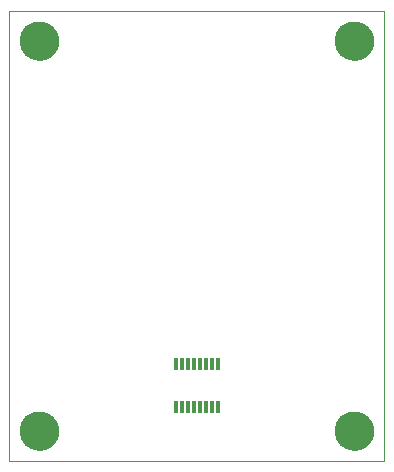
<source format=gbs>
G75*
%MOIN*%
%OFA0B0*%
%FSLAX25Y25*%
%IPPOS*%
%LPD*%
%AMOC8*
5,1,8,0,0,1.08239X$1,22.5*
%
%ADD10C,0.00000*%
%ADD11C,0.12998*%
%ADD12R,0.01581X0.04337*%
D10*
X0031033Y0023661D02*
X0031033Y0173661D01*
X0156033Y0173661D01*
X0156033Y0023661D01*
X0031033Y0023661D01*
X0034734Y0033661D02*
X0034736Y0033819D01*
X0034742Y0033977D01*
X0034752Y0034135D01*
X0034766Y0034293D01*
X0034784Y0034450D01*
X0034805Y0034607D01*
X0034831Y0034763D01*
X0034861Y0034919D01*
X0034894Y0035074D01*
X0034932Y0035227D01*
X0034973Y0035380D01*
X0035018Y0035532D01*
X0035067Y0035683D01*
X0035120Y0035832D01*
X0035176Y0035980D01*
X0035236Y0036126D01*
X0035300Y0036271D01*
X0035368Y0036414D01*
X0035439Y0036556D01*
X0035513Y0036696D01*
X0035591Y0036833D01*
X0035673Y0036969D01*
X0035757Y0037103D01*
X0035846Y0037234D01*
X0035937Y0037363D01*
X0036032Y0037490D01*
X0036129Y0037615D01*
X0036230Y0037737D01*
X0036334Y0037856D01*
X0036441Y0037973D01*
X0036551Y0038087D01*
X0036664Y0038198D01*
X0036779Y0038307D01*
X0036897Y0038412D01*
X0037018Y0038514D01*
X0037141Y0038614D01*
X0037267Y0038710D01*
X0037395Y0038803D01*
X0037525Y0038893D01*
X0037658Y0038979D01*
X0037793Y0039063D01*
X0037929Y0039142D01*
X0038068Y0039219D01*
X0038209Y0039291D01*
X0038351Y0039361D01*
X0038495Y0039426D01*
X0038641Y0039488D01*
X0038788Y0039546D01*
X0038937Y0039601D01*
X0039087Y0039652D01*
X0039238Y0039699D01*
X0039390Y0039742D01*
X0039543Y0039781D01*
X0039698Y0039817D01*
X0039853Y0039848D01*
X0040009Y0039876D01*
X0040165Y0039900D01*
X0040322Y0039920D01*
X0040480Y0039936D01*
X0040637Y0039948D01*
X0040796Y0039956D01*
X0040954Y0039960D01*
X0041112Y0039960D01*
X0041270Y0039956D01*
X0041429Y0039948D01*
X0041586Y0039936D01*
X0041744Y0039920D01*
X0041901Y0039900D01*
X0042057Y0039876D01*
X0042213Y0039848D01*
X0042368Y0039817D01*
X0042523Y0039781D01*
X0042676Y0039742D01*
X0042828Y0039699D01*
X0042979Y0039652D01*
X0043129Y0039601D01*
X0043278Y0039546D01*
X0043425Y0039488D01*
X0043571Y0039426D01*
X0043715Y0039361D01*
X0043857Y0039291D01*
X0043998Y0039219D01*
X0044137Y0039142D01*
X0044273Y0039063D01*
X0044408Y0038979D01*
X0044541Y0038893D01*
X0044671Y0038803D01*
X0044799Y0038710D01*
X0044925Y0038614D01*
X0045048Y0038514D01*
X0045169Y0038412D01*
X0045287Y0038307D01*
X0045402Y0038198D01*
X0045515Y0038087D01*
X0045625Y0037973D01*
X0045732Y0037856D01*
X0045836Y0037737D01*
X0045937Y0037615D01*
X0046034Y0037490D01*
X0046129Y0037363D01*
X0046220Y0037234D01*
X0046309Y0037103D01*
X0046393Y0036969D01*
X0046475Y0036833D01*
X0046553Y0036696D01*
X0046627Y0036556D01*
X0046698Y0036414D01*
X0046766Y0036271D01*
X0046830Y0036126D01*
X0046890Y0035980D01*
X0046946Y0035832D01*
X0046999Y0035683D01*
X0047048Y0035532D01*
X0047093Y0035380D01*
X0047134Y0035227D01*
X0047172Y0035074D01*
X0047205Y0034919D01*
X0047235Y0034763D01*
X0047261Y0034607D01*
X0047282Y0034450D01*
X0047300Y0034293D01*
X0047314Y0034135D01*
X0047324Y0033977D01*
X0047330Y0033819D01*
X0047332Y0033661D01*
X0047330Y0033503D01*
X0047324Y0033345D01*
X0047314Y0033187D01*
X0047300Y0033029D01*
X0047282Y0032872D01*
X0047261Y0032715D01*
X0047235Y0032559D01*
X0047205Y0032403D01*
X0047172Y0032248D01*
X0047134Y0032095D01*
X0047093Y0031942D01*
X0047048Y0031790D01*
X0046999Y0031639D01*
X0046946Y0031490D01*
X0046890Y0031342D01*
X0046830Y0031196D01*
X0046766Y0031051D01*
X0046698Y0030908D01*
X0046627Y0030766D01*
X0046553Y0030626D01*
X0046475Y0030489D01*
X0046393Y0030353D01*
X0046309Y0030219D01*
X0046220Y0030088D01*
X0046129Y0029959D01*
X0046034Y0029832D01*
X0045937Y0029707D01*
X0045836Y0029585D01*
X0045732Y0029466D01*
X0045625Y0029349D01*
X0045515Y0029235D01*
X0045402Y0029124D01*
X0045287Y0029015D01*
X0045169Y0028910D01*
X0045048Y0028808D01*
X0044925Y0028708D01*
X0044799Y0028612D01*
X0044671Y0028519D01*
X0044541Y0028429D01*
X0044408Y0028343D01*
X0044273Y0028259D01*
X0044137Y0028180D01*
X0043998Y0028103D01*
X0043857Y0028031D01*
X0043715Y0027961D01*
X0043571Y0027896D01*
X0043425Y0027834D01*
X0043278Y0027776D01*
X0043129Y0027721D01*
X0042979Y0027670D01*
X0042828Y0027623D01*
X0042676Y0027580D01*
X0042523Y0027541D01*
X0042368Y0027505D01*
X0042213Y0027474D01*
X0042057Y0027446D01*
X0041901Y0027422D01*
X0041744Y0027402D01*
X0041586Y0027386D01*
X0041429Y0027374D01*
X0041270Y0027366D01*
X0041112Y0027362D01*
X0040954Y0027362D01*
X0040796Y0027366D01*
X0040637Y0027374D01*
X0040480Y0027386D01*
X0040322Y0027402D01*
X0040165Y0027422D01*
X0040009Y0027446D01*
X0039853Y0027474D01*
X0039698Y0027505D01*
X0039543Y0027541D01*
X0039390Y0027580D01*
X0039238Y0027623D01*
X0039087Y0027670D01*
X0038937Y0027721D01*
X0038788Y0027776D01*
X0038641Y0027834D01*
X0038495Y0027896D01*
X0038351Y0027961D01*
X0038209Y0028031D01*
X0038068Y0028103D01*
X0037929Y0028180D01*
X0037793Y0028259D01*
X0037658Y0028343D01*
X0037525Y0028429D01*
X0037395Y0028519D01*
X0037267Y0028612D01*
X0037141Y0028708D01*
X0037018Y0028808D01*
X0036897Y0028910D01*
X0036779Y0029015D01*
X0036664Y0029124D01*
X0036551Y0029235D01*
X0036441Y0029349D01*
X0036334Y0029466D01*
X0036230Y0029585D01*
X0036129Y0029707D01*
X0036032Y0029832D01*
X0035937Y0029959D01*
X0035846Y0030088D01*
X0035757Y0030219D01*
X0035673Y0030353D01*
X0035591Y0030489D01*
X0035513Y0030626D01*
X0035439Y0030766D01*
X0035368Y0030908D01*
X0035300Y0031051D01*
X0035236Y0031196D01*
X0035176Y0031342D01*
X0035120Y0031490D01*
X0035067Y0031639D01*
X0035018Y0031790D01*
X0034973Y0031942D01*
X0034932Y0032095D01*
X0034894Y0032248D01*
X0034861Y0032403D01*
X0034831Y0032559D01*
X0034805Y0032715D01*
X0034784Y0032872D01*
X0034766Y0033029D01*
X0034752Y0033187D01*
X0034742Y0033345D01*
X0034736Y0033503D01*
X0034734Y0033661D01*
X0139734Y0033661D02*
X0139736Y0033819D01*
X0139742Y0033977D01*
X0139752Y0034135D01*
X0139766Y0034293D01*
X0139784Y0034450D01*
X0139805Y0034607D01*
X0139831Y0034763D01*
X0139861Y0034919D01*
X0139894Y0035074D01*
X0139932Y0035227D01*
X0139973Y0035380D01*
X0140018Y0035532D01*
X0140067Y0035683D01*
X0140120Y0035832D01*
X0140176Y0035980D01*
X0140236Y0036126D01*
X0140300Y0036271D01*
X0140368Y0036414D01*
X0140439Y0036556D01*
X0140513Y0036696D01*
X0140591Y0036833D01*
X0140673Y0036969D01*
X0140757Y0037103D01*
X0140846Y0037234D01*
X0140937Y0037363D01*
X0141032Y0037490D01*
X0141129Y0037615D01*
X0141230Y0037737D01*
X0141334Y0037856D01*
X0141441Y0037973D01*
X0141551Y0038087D01*
X0141664Y0038198D01*
X0141779Y0038307D01*
X0141897Y0038412D01*
X0142018Y0038514D01*
X0142141Y0038614D01*
X0142267Y0038710D01*
X0142395Y0038803D01*
X0142525Y0038893D01*
X0142658Y0038979D01*
X0142793Y0039063D01*
X0142929Y0039142D01*
X0143068Y0039219D01*
X0143209Y0039291D01*
X0143351Y0039361D01*
X0143495Y0039426D01*
X0143641Y0039488D01*
X0143788Y0039546D01*
X0143937Y0039601D01*
X0144087Y0039652D01*
X0144238Y0039699D01*
X0144390Y0039742D01*
X0144543Y0039781D01*
X0144698Y0039817D01*
X0144853Y0039848D01*
X0145009Y0039876D01*
X0145165Y0039900D01*
X0145322Y0039920D01*
X0145480Y0039936D01*
X0145637Y0039948D01*
X0145796Y0039956D01*
X0145954Y0039960D01*
X0146112Y0039960D01*
X0146270Y0039956D01*
X0146429Y0039948D01*
X0146586Y0039936D01*
X0146744Y0039920D01*
X0146901Y0039900D01*
X0147057Y0039876D01*
X0147213Y0039848D01*
X0147368Y0039817D01*
X0147523Y0039781D01*
X0147676Y0039742D01*
X0147828Y0039699D01*
X0147979Y0039652D01*
X0148129Y0039601D01*
X0148278Y0039546D01*
X0148425Y0039488D01*
X0148571Y0039426D01*
X0148715Y0039361D01*
X0148857Y0039291D01*
X0148998Y0039219D01*
X0149137Y0039142D01*
X0149273Y0039063D01*
X0149408Y0038979D01*
X0149541Y0038893D01*
X0149671Y0038803D01*
X0149799Y0038710D01*
X0149925Y0038614D01*
X0150048Y0038514D01*
X0150169Y0038412D01*
X0150287Y0038307D01*
X0150402Y0038198D01*
X0150515Y0038087D01*
X0150625Y0037973D01*
X0150732Y0037856D01*
X0150836Y0037737D01*
X0150937Y0037615D01*
X0151034Y0037490D01*
X0151129Y0037363D01*
X0151220Y0037234D01*
X0151309Y0037103D01*
X0151393Y0036969D01*
X0151475Y0036833D01*
X0151553Y0036696D01*
X0151627Y0036556D01*
X0151698Y0036414D01*
X0151766Y0036271D01*
X0151830Y0036126D01*
X0151890Y0035980D01*
X0151946Y0035832D01*
X0151999Y0035683D01*
X0152048Y0035532D01*
X0152093Y0035380D01*
X0152134Y0035227D01*
X0152172Y0035074D01*
X0152205Y0034919D01*
X0152235Y0034763D01*
X0152261Y0034607D01*
X0152282Y0034450D01*
X0152300Y0034293D01*
X0152314Y0034135D01*
X0152324Y0033977D01*
X0152330Y0033819D01*
X0152332Y0033661D01*
X0152330Y0033503D01*
X0152324Y0033345D01*
X0152314Y0033187D01*
X0152300Y0033029D01*
X0152282Y0032872D01*
X0152261Y0032715D01*
X0152235Y0032559D01*
X0152205Y0032403D01*
X0152172Y0032248D01*
X0152134Y0032095D01*
X0152093Y0031942D01*
X0152048Y0031790D01*
X0151999Y0031639D01*
X0151946Y0031490D01*
X0151890Y0031342D01*
X0151830Y0031196D01*
X0151766Y0031051D01*
X0151698Y0030908D01*
X0151627Y0030766D01*
X0151553Y0030626D01*
X0151475Y0030489D01*
X0151393Y0030353D01*
X0151309Y0030219D01*
X0151220Y0030088D01*
X0151129Y0029959D01*
X0151034Y0029832D01*
X0150937Y0029707D01*
X0150836Y0029585D01*
X0150732Y0029466D01*
X0150625Y0029349D01*
X0150515Y0029235D01*
X0150402Y0029124D01*
X0150287Y0029015D01*
X0150169Y0028910D01*
X0150048Y0028808D01*
X0149925Y0028708D01*
X0149799Y0028612D01*
X0149671Y0028519D01*
X0149541Y0028429D01*
X0149408Y0028343D01*
X0149273Y0028259D01*
X0149137Y0028180D01*
X0148998Y0028103D01*
X0148857Y0028031D01*
X0148715Y0027961D01*
X0148571Y0027896D01*
X0148425Y0027834D01*
X0148278Y0027776D01*
X0148129Y0027721D01*
X0147979Y0027670D01*
X0147828Y0027623D01*
X0147676Y0027580D01*
X0147523Y0027541D01*
X0147368Y0027505D01*
X0147213Y0027474D01*
X0147057Y0027446D01*
X0146901Y0027422D01*
X0146744Y0027402D01*
X0146586Y0027386D01*
X0146429Y0027374D01*
X0146270Y0027366D01*
X0146112Y0027362D01*
X0145954Y0027362D01*
X0145796Y0027366D01*
X0145637Y0027374D01*
X0145480Y0027386D01*
X0145322Y0027402D01*
X0145165Y0027422D01*
X0145009Y0027446D01*
X0144853Y0027474D01*
X0144698Y0027505D01*
X0144543Y0027541D01*
X0144390Y0027580D01*
X0144238Y0027623D01*
X0144087Y0027670D01*
X0143937Y0027721D01*
X0143788Y0027776D01*
X0143641Y0027834D01*
X0143495Y0027896D01*
X0143351Y0027961D01*
X0143209Y0028031D01*
X0143068Y0028103D01*
X0142929Y0028180D01*
X0142793Y0028259D01*
X0142658Y0028343D01*
X0142525Y0028429D01*
X0142395Y0028519D01*
X0142267Y0028612D01*
X0142141Y0028708D01*
X0142018Y0028808D01*
X0141897Y0028910D01*
X0141779Y0029015D01*
X0141664Y0029124D01*
X0141551Y0029235D01*
X0141441Y0029349D01*
X0141334Y0029466D01*
X0141230Y0029585D01*
X0141129Y0029707D01*
X0141032Y0029832D01*
X0140937Y0029959D01*
X0140846Y0030088D01*
X0140757Y0030219D01*
X0140673Y0030353D01*
X0140591Y0030489D01*
X0140513Y0030626D01*
X0140439Y0030766D01*
X0140368Y0030908D01*
X0140300Y0031051D01*
X0140236Y0031196D01*
X0140176Y0031342D01*
X0140120Y0031490D01*
X0140067Y0031639D01*
X0140018Y0031790D01*
X0139973Y0031942D01*
X0139932Y0032095D01*
X0139894Y0032248D01*
X0139861Y0032403D01*
X0139831Y0032559D01*
X0139805Y0032715D01*
X0139784Y0032872D01*
X0139766Y0033029D01*
X0139752Y0033187D01*
X0139742Y0033345D01*
X0139736Y0033503D01*
X0139734Y0033661D01*
X0139734Y0163661D02*
X0139736Y0163819D01*
X0139742Y0163977D01*
X0139752Y0164135D01*
X0139766Y0164293D01*
X0139784Y0164450D01*
X0139805Y0164607D01*
X0139831Y0164763D01*
X0139861Y0164919D01*
X0139894Y0165074D01*
X0139932Y0165227D01*
X0139973Y0165380D01*
X0140018Y0165532D01*
X0140067Y0165683D01*
X0140120Y0165832D01*
X0140176Y0165980D01*
X0140236Y0166126D01*
X0140300Y0166271D01*
X0140368Y0166414D01*
X0140439Y0166556D01*
X0140513Y0166696D01*
X0140591Y0166833D01*
X0140673Y0166969D01*
X0140757Y0167103D01*
X0140846Y0167234D01*
X0140937Y0167363D01*
X0141032Y0167490D01*
X0141129Y0167615D01*
X0141230Y0167737D01*
X0141334Y0167856D01*
X0141441Y0167973D01*
X0141551Y0168087D01*
X0141664Y0168198D01*
X0141779Y0168307D01*
X0141897Y0168412D01*
X0142018Y0168514D01*
X0142141Y0168614D01*
X0142267Y0168710D01*
X0142395Y0168803D01*
X0142525Y0168893D01*
X0142658Y0168979D01*
X0142793Y0169063D01*
X0142929Y0169142D01*
X0143068Y0169219D01*
X0143209Y0169291D01*
X0143351Y0169361D01*
X0143495Y0169426D01*
X0143641Y0169488D01*
X0143788Y0169546D01*
X0143937Y0169601D01*
X0144087Y0169652D01*
X0144238Y0169699D01*
X0144390Y0169742D01*
X0144543Y0169781D01*
X0144698Y0169817D01*
X0144853Y0169848D01*
X0145009Y0169876D01*
X0145165Y0169900D01*
X0145322Y0169920D01*
X0145480Y0169936D01*
X0145637Y0169948D01*
X0145796Y0169956D01*
X0145954Y0169960D01*
X0146112Y0169960D01*
X0146270Y0169956D01*
X0146429Y0169948D01*
X0146586Y0169936D01*
X0146744Y0169920D01*
X0146901Y0169900D01*
X0147057Y0169876D01*
X0147213Y0169848D01*
X0147368Y0169817D01*
X0147523Y0169781D01*
X0147676Y0169742D01*
X0147828Y0169699D01*
X0147979Y0169652D01*
X0148129Y0169601D01*
X0148278Y0169546D01*
X0148425Y0169488D01*
X0148571Y0169426D01*
X0148715Y0169361D01*
X0148857Y0169291D01*
X0148998Y0169219D01*
X0149137Y0169142D01*
X0149273Y0169063D01*
X0149408Y0168979D01*
X0149541Y0168893D01*
X0149671Y0168803D01*
X0149799Y0168710D01*
X0149925Y0168614D01*
X0150048Y0168514D01*
X0150169Y0168412D01*
X0150287Y0168307D01*
X0150402Y0168198D01*
X0150515Y0168087D01*
X0150625Y0167973D01*
X0150732Y0167856D01*
X0150836Y0167737D01*
X0150937Y0167615D01*
X0151034Y0167490D01*
X0151129Y0167363D01*
X0151220Y0167234D01*
X0151309Y0167103D01*
X0151393Y0166969D01*
X0151475Y0166833D01*
X0151553Y0166696D01*
X0151627Y0166556D01*
X0151698Y0166414D01*
X0151766Y0166271D01*
X0151830Y0166126D01*
X0151890Y0165980D01*
X0151946Y0165832D01*
X0151999Y0165683D01*
X0152048Y0165532D01*
X0152093Y0165380D01*
X0152134Y0165227D01*
X0152172Y0165074D01*
X0152205Y0164919D01*
X0152235Y0164763D01*
X0152261Y0164607D01*
X0152282Y0164450D01*
X0152300Y0164293D01*
X0152314Y0164135D01*
X0152324Y0163977D01*
X0152330Y0163819D01*
X0152332Y0163661D01*
X0152330Y0163503D01*
X0152324Y0163345D01*
X0152314Y0163187D01*
X0152300Y0163029D01*
X0152282Y0162872D01*
X0152261Y0162715D01*
X0152235Y0162559D01*
X0152205Y0162403D01*
X0152172Y0162248D01*
X0152134Y0162095D01*
X0152093Y0161942D01*
X0152048Y0161790D01*
X0151999Y0161639D01*
X0151946Y0161490D01*
X0151890Y0161342D01*
X0151830Y0161196D01*
X0151766Y0161051D01*
X0151698Y0160908D01*
X0151627Y0160766D01*
X0151553Y0160626D01*
X0151475Y0160489D01*
X0151393Y0160353D01*
X0151309Y0160219D01*
X0151220Y0160088D01*
X0151129Y0159959D01*
X0151034Y0159832D01*
X0150937Y0159707D01*
X0150836Y0159585D01*
X0150732Y0159466D01*
X0150625Y0159349D01*
X0150515Y0159235D01*
X0150402Y0159124D01*
X0150287Y0159015D01*
X0150169Y0158910D01*
X0150048Y0158808D01*
X0149925Y0158708D01*
X0149799Y0158612D01*
X0149671Y0158519D01*
X0149541Y0158429D01*
X0149408Y0158343D01*
X0149273Y0158259D01*
X0149137Y0158180D01*
X0148998Y0158103D01*
X0148857Y0158031D01*
X0148715Y0157961D01*
X0148571Y0157896D01*
X0148425Y0157834D01*
X0148278Y0157776D01*
X0148129Y0157721D01*
X0147979Y0157670D01*
X0147828Y0157623D01*
X0147676Y0157580D01*
X0147523Y0157541D01*
X0147368Y0157505D01*
X0147213Y0157474D01*
X0147057Y0157446D01*
X0146901Y0157422D01*
X0146744Y0157402D01*
X0146586Y0157386D01*
X0146429Y0157374D01*
X0146270Y0157366D01*
X0146112Y0157362D01*
X0145954Y0157362D01*
X0145796Y0157366D01*
X0145637Y0157374D01*
X0145480Y0157386D01*
X0145322Y0157402D01*
X0145165Y0157422D01*
X0145009Y0157446D01*
X0144853Y0157474D01*
X0144698Y0157505D01*
X0144543Y0157541D01*
X0144390Y0157580D01*
X0144238Y0157623D01*
X0144087Y0157670D01*
X0143937Y0157721D01*
X0143788Y0157776D01*
X0143641Y0157834D01*
X0143495Y0157896D01*
X0143351Y0157961D01*
X0143209Y0158031D01*
X0143068Y0158103D01*
X0142929Y0158180D01*
X0142793Y0158259D01*
X0142658Y0158343D01*
X0142525Y0158429D01*
X0142395Y0158519D01*
X0142267Y0158612D01*
X0142141Y0158708D01*
X0142018Y0158808D01*
X0141897Y0158910D01*
X0141779Y0159015D01*
X0141664Y0159124D01*
X0141551Y0159235D01*
X0141441Y0159349D01*
X0141334Y0159466D01*
X0141230Y0159585D01*
X0141129Y0159707D01*
X0141032Y0159832D01*
X0140937Y0159959D01*
X0140846Y0160088D01*
X0140757Y0160219D01*
X0140673Y0160353D01*
X0140591Y0160489D01*
X0140513Y0160626D01*
X0140439Y0160766D01*
X0140368Y0160908D01*
X0140300Y0161051D01*
X0140236Y0161196D01*
X0140176Y0161342D01*
X0140120Y0161490D01*
X0140067Y0161639D01*
X0140018Y0161790D01*
X0139973Y0161942D01*
X0139932Y0162095D01*
X0139894Y0162248D01*
X0139861Y0162403D01*
X0139831Y0162559D01*
X0139805Y0162715D01*
X0139784Y0162872D01*
X0139766Y0163029D01*
X0139752Y0163187D01*
X0139742Y0163345D01*
X0139736Y0163503D01*
X0139734Y0163661D01*
X0034734Y0163661D02*
X0034736Y0163819D01*
X0034742Y0163977D01*
X0034752Y0164135D01*
X0034766Y0164293D01*
X0034784Y0164450D01*
X0034805Y0164607D01*
X0034831Y0164763D01*
X0034861Y0164919D01*
X0034894Y0165074D01*
X0034932Y0165227D01*
X0034973Y0165380D01*
X0035018Y0165532D01*
X0035067Y0165683D01*
X0035120Y0165832D01*
X0035176Y0165980D01*
X0035236Y0166126D01*
X0035300Y0166271D01*
X0035368Y0166414D01*
X0035439Y0166556D01*
X0035513Y0166696D01*
X0035591Y0166833D01*
X0035673Y0166969D01*
X0035757Y0167103D01*
X0035846Y0167234D01*
X0035937Y0167363D01*
X0036032Y0167490D01*
X0036129Y0167615D01*
X0036230Y0167737D01*
X0036334Y0167856D01*
X0036441Y0167973D01*
X0036551Y0168087D01*
X0036664Y0168198D01*
X0036779Y0168307D01*
X0036897Y0168412D01*
X0037018Y0168514D01*
X0037141Y0168614D01*
X0037267Y0168710D01*
X0037395Y0168803D01*
X0037525Y0168893D01*
X0037658Y0168979D01*
X0037793Y0169063D01*
X0037929Y0169142D01*
X0038068Y0169219D01*
X0038209Y0169291D01*
X0038351Y0169361D01*
X0038495Y0169426D01*
X0038641Y0169488D01*
X0038788Y0169546D01*
X0038937Y0169601D01*
X0039087Y0169652D01*
X0039238Y0169699D01*
X0039390Y0169742D01*
X0039543Y0169781D01*
X0039698Y0169817D01*
X0039853Y0169848D01*
X0040009Y0169876D01*
X0040165Y0169900D01*
X0040322Y0169920D01*
X0040480Y0169936D01*
X0040637Y0169948D01*
X0040796Y0169956D01*
X0040954Y0169960D01*
X0041112Y0169960D01*
X0041270Y0169956D01*
X0041429Y0169948D01*
X0041586Y0169936D01*
X0041744Y0169920D01*
X0041901Y0169900D01*
X0042057Y0169876D01*
X0042213Y0169848D01*
X0042368Y0169817D01*
X0042523Y0169781D01*
X0042676Y0169742D01*
X0042828Y0169699D01*
X0042979Y0169652D01*
X0043129Y0169601D01*
X0043278Y0169546D01*
X0043425Y0169488D01*
X0043571Y0169426D01*
X0043715Y0169361D01*
X0043857Y0169291D01*
X0043998Y0169219D01*
X0044137Y0169142D01*
X0044273Y0169063D01*
X0044408Y0168979D01*
X0044541Y0168893D01*
X0044671Y0168803D01*
X0044799Y0168710D01*
X0044925Y0168614D01*
X0045048Y0168514D01*
X0045169Y0168412D01*
X0045287Y0168307D01*
X0045402Y0168198D01*
X0045515Y0168087D01*
X0045625Y0167973D01*
X0045732Y0167856D01*
X0045836Y0167737D01*
X0045937Y0167615D01*
X0046034Y0167490D01*
X0046129Y0167363D01*
X0046220Y0167234D01*
X0046309Y0167103D01*
X0046393Y0166969D01*
X0046475Y0166833D01*
X0046553Y0166696D01*
X0046627Y0166556D01*
X0046698Y0166414D01*
X0046766Y0166271D01*
X0046830Y0166126D01*
X0046890Y0165980D01*
X0046946Y0165832D01*
X0046999Y0165683D01*
X0047048Y0165532D01*
X0047093Y0165380D01*
X0047134Y0165227D01*
X0047172Y0165074D01*
X0047205Y0164919D01*
X0047235Y0164763D01*
X0047261Y0164607D01*
X0047282Y0164450D01*
X0047300Y0164293D01*
X0047314Y0164135D01*
X0047324Y0163977D01*
X0047330Y0163819D01*
X0047332Y0163661D01*
X0047330Y0163503D01*
X0047324Y0163345D01*
X0047314Y0163187D01*
X0047300Y0163029D01*
X0047282Y0162872D01*
X0047261Y0162715D01*
X0047235Y0162559D01*
X0047205Y0162403D01*
X0047172Y0162248D01*
X0047134Y0162095D01*
X0047093Y0161942D01*
X0047048Y0161790D01*
X0046999Y0161639D01*
X0046946Y0161490D01*
X0046890Y0161342D01*
X0046830Y0161196D01*
X0046766Y0161051D01*
X0046698Y0160908D01*
X0046627Y0160766D01*
X0046553Y0160626D01*
X0046475Y0160489D01*
X0046393Y0160353D01*
X0046309Y0160219D01*
X0046220Y0160088D01*
X0046129Y0159959D01*
X0046034Y0159832D01*
X0045937Y0159707D01*
X0045836Y0159585D01*
X0045732Y0159466D01*
X0045625Y0159349D01*
X0045515Y0159235D01*
X0045402Y0159124D01*
X0045287Y0159015D01*
X0045169Y0158910D01*
X0045048Y0158808D01*
X0044925Y0158708D01*
X0044799Y0158612D01*
X0044671Y0158519D01*
X0044541Y0158429D01*
X0044408Y0158343D01*
X0044273Y0158259D01*
X0044137Y0158180D01*
X0043998Y0158103D01*
X0043857Y0158031D01*
X0043715Y0157961D01*
X0043571Y0157896D01*
X0043425Y0157834D01*
X0043278Y0157776D01*
X0043129Y0157721D01*
X0042979Y0157670D01*
X0042828Y0157623D01*
X0042676Y0157580D01*
X0042523Y0157541D01*
X0042368Y0157505D01*
X0042213Y0157474D01*
X0042057Y0157446D01*
X0041901Y0157422D01*
X0041744Y0157402D01*
X0041586Y0157386D01*
X0041429Y0157374D01*
X0041270Y0157366D01*
X0041112Y0157362D01*
X0040954Y0157362D01*
X0040796Y0157366D01*
X0040637Y0157374D01*
X0040480Y0157386D01*
X0040322Y0157402D01*
X0040165Y0157422D01*
X0040009Y0157446D01*
X0039853Y0157474D01*
X0039698Y0157505D01*
X0039543Y0157541D01*
X0039390Y0157580D01*
X0039238Y0157623D01*
X0039087Y0157670D01*
X0038937Y0157721D01*
X0038788Y0157776D01*
X0038641Y0157834D01*
X0038495Y0157896D01*
X0038351Y0157961D01*
X0038209Y0158031D01*
X0038068Y0158103D01*
X0037929Y0158180D01*
X0037793Y0158259D01*
X0037658Y0158343D01*
X0037525Y0158429D01*
X0037395Y0158519D01*
X0037267Y0158612D01*
X0037141Y0158708D01*
X0037018Y0158808D01*
X0036897Y0158910D01*
X0036779Y0159015D01*
X0036664Y0159124D01*
X0036551Y0159235D01*
X0036441Y0159349D01*
X0036334Y0159466D01*
X0036230Y0159585D01*
X0036129Y0159707D01*
X0036032Y0159832D01*
X0035937Y0159959D01*
X0035846Y0160088D01*
X0035757Y0160219D01*
X0035673Y0160353D01*
X0035591Y0160489D01*
X0035513Y0160626D01*
X0035439Y0160766D01*
X0035368Y0160908D01*
X0035300Y0161051D01*
X0035236Y0161196D01*
X0035176Y0161342D01*
X0035120Y0161490D01*
X0035067Y0161639D01*
X0035018Y0161790D01*
X0034973Y0161942D01*
X0034932Y0162095D01*
X0034894Y0162248D01*
X0034861Y0162403D01*
X0034831Y0162559D01*
X0034805Y0162715D01*
X0034784Y0162872D01*
X0034766Y0163029D01*
X0034752Y0163187D01*
X0034742Y0163345D01*
X0034736Y0163503D01*
X0034734Y0163661D01*
D11*
X0041033Y0163661D03*
X0146033Y0163661D03*
X0146033Y0033661D03*
X0041033Y0033661D03*
D12*
X0086643Y0041574D03*
X0088612Y0041574D03*
X0090580Y0041574D03*
X0092549Y0041574D03*
X0094517Y0041574D03*
X0096486Y0041574D03*
X0098454Y0041574D03*
X0100423Y0041574D03*
X0100423Y0055748D03*
X0098454Y0055748D03*
X0096486Y0055748D03*
X0094517Y0055748D03*
X0092549Y0055748D03*
X0090580Y0055748D03*
X0088612Y0055748D03*
X0086643Y0055748D03*
M02*

</source>
